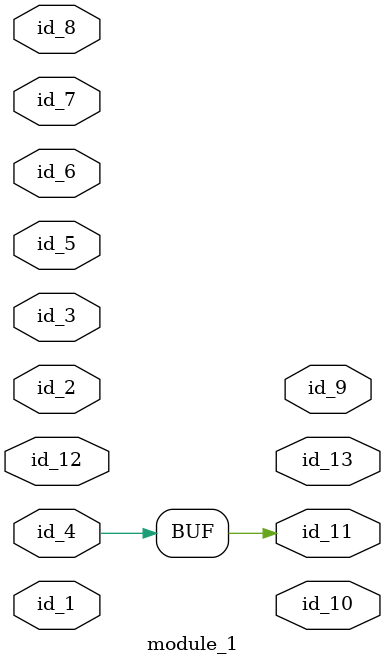
<source format=v>
module module_0;
  always id_1 <= -1;
  assign module_1.id_11 = 0;
endmodule
module module_1 (
    id_1,
    id_2,
    id_3,
    id_4,
    id_5,
    id_6,
    id_7,
    id_8,
    id_9,
    id_10,
    id_11,
    id_12,
    id_13
);
  output wire id_13;
  input wire id_12;
  output wire id_11;
  output wire id_10;
  output wire id_9;
  input wire id_8;
  input wire id_7;
  input wire id_6;
  inout wire id_5;
  input wire id_4;
  inout wire id_3;
  input wire id_2;
  inout wire id_1;
  wire id_14, id_15, id_16, id_17, id_18;
  module_0 modCall_1 ();
  always id_11 <= id_4;
endmodule

</source>
